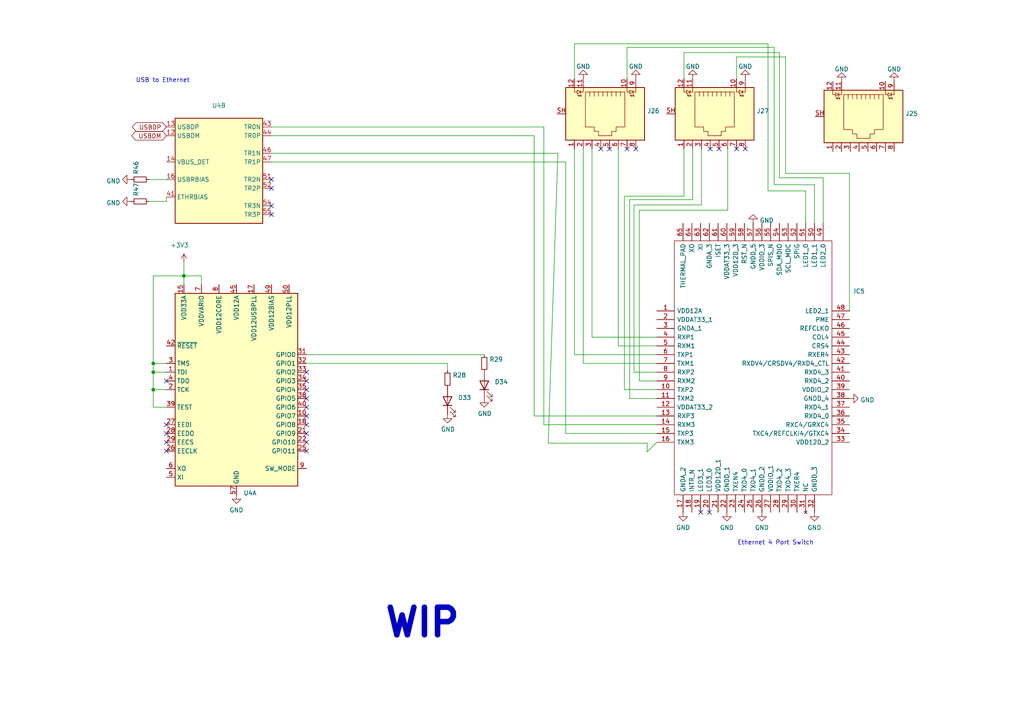
<source format=kicad_sch>
(kicad_sch (version 20211123) (generator eeschema)
  (paper "A4")
  (title_block (title "The Owl - RPI Cape 16ch Pixel Controller") (date "2022-04-04") (company "OnlineDynamic"))
  (lib_symbols
    (symbol "Connector:8P8C_LED_Shielded" (pin_names (offset 1.016))
      (property "Reference" "J" (at -5.08 13.97 0))
      (property "Value" "8P8C_LED_Shielded" (at 1.27 13.97 0))
      (symbol "8P8C_LED_Shielded_0_1"
        (polyline (pts (xy -7.62 -7.62) (xy -6.35 -7.62)))
        (polyline (pts (xy -7.62 -5.08) (xy -6.35 -5.08)))
        (polyline (pts (xy -7.62 7.62) (xy -6.35 7.62)))
        (polyline (pts (xy -7.62 10.16) (xy -6.35 10.16)))
        (polyline (pts (xy -6.858 -5.842) (xy -5.842 -5.842)))
        (polyline (pts (xy -6.858 9.398) (xy -5.842 9.398)))
        (polyline (pts (xy -6.35 -7.62) (xy -6.35 -6.858)))
        (polyline (pts (xy -6.35 -5.08) (xy -6.35 -5.842)))
        (polyline (pts (xy -6.35 7.62) (xy -6.35 8.382)))
        (polyline (pts (xy -6.35 10.16) (xy -6.35 9.398)))
        (polyline (pts (xy -5.08 -6.223) (xy -5.207 -6.604)))
        (polyline (pts (xy -5.08 -5.588) (xy -5.207 -5.969)))
        (polyline (pts (xy -5.08 4.445) (xy -6.35 4.445)))
        (polyline (pts (xy -5.08 5.715) (xy -6.35 5.715)))
        (polyline (pts (xy -5.08 9.017) (xy -5.207 8.636)))
        (polyline (pts (xy -5.08 9.652) (xy -5.207 9.271)))
        (polyline (pts (xy -6.35 -3.175) (xy -5.08 -3.175) (xy -5.08 -3.175)))
        (polyline (pts (xy -6.35 -1.905) (xy -5.08 -1.905) (xy -5.08 -1.905)))
        (polyline (pts (xy -6.35 -0.635) (xy -5.08 -0.635) (xy -5.08 -0.635)))
        (polyline (pts (xy -6.35 0.635) (xy -5.08 0.635) (xy -5.08 0.635)))
        (polyline (pts (xy -6.35 1.905) (xy -5.08 1.905) (xy -5.08 1.905)))
        (polyline (pts (xy -5.588 -6.731) (xy -5.08 -6.223) (xy -5.461 -6.35)))
        (polyline (pts (xy -5.588 -6.096) (xy -5.08 -5.588) (xy -5.461 -5.715)))
        (polyline (pts (xy -5.588 8.509) (xy -5.08 9.017) (xy -5.461 8.89)))
        (polyline (pts (xy -5.588 9.144) (xy -5.08 9.652) (xy -5.461 9.525)))
        (polyline (pts (xy -5.08 3.175) (xy -6.35 3.175) (xy -6.35 3.175)))
        (polyline (pts (xy -6.35 -5.842) (xy -6.858 -6.858) (xy -5.842 -6.858) (xy -6.35 -5.842)))
        (polyline (pts (xy -6.35 9.398) (xy -6.858 8.382) (xy -5.842 8.382) (xy -6.35 9.398)))
        (polyline (pts (xy -6.35 -4.445) (xy -6.35 6.985) (xy 3.81 6.985) (xy 3.81 4.445) (xy 5.08 4.445) (xy 5.08 3.175) (xy 6.35 3.175) (xy 6.35 -0.635) (xy 5.08 -0.635) (xy 5.08 -1.905) (xy 3.81 -1.905) (xy 3.81 -4.445) (xy -6.35 -4.445) (xy -6.35 -4.445)))
        (rectangle (start 7.62 12.7) (end -7.62 -10.16) (stroke (width 0.254)) (fill (type background)))
      )
      (symbol "8P8C_LED_Shielded_1_1"
        (pin passive line (at 10.16 -7.62 180) (length 2.54) (name "~") (number "1"))
        (pin passive line (at -10.16 7.62 0) (length 2.54) (name "~") (number "10"))
        (pin passive line (at -10.16 -5.08 0) (length 2.54) (name "~") (number "11"))
        (pin passive line (at -10.16 -7.62 0) (length 2.54) (name "~") (number "12"))
        (pin passive line (at 10.16 -5.08 180) (length 2.54) (name "~") (number "2"))
        (pin passive line (at 10.16 -2.54 180) (length 2.54) (name "~") (number "3"))
        (pin passive line (at 10.16 0 180) (length 2.54) (name "~") (number "4"))
        (pin passive line (at 10.16 2.54 180) (length 2.54) (name "~") (number "5"))
        (pin passive line (at 10.16 5.08 180) (length 2.54) (name "~") (number "6"))
        (pin passive line (at 10.16 7.62 180) (length 2.54) (name "~") (number "7"))
        (pin passive line (at 10.16 10.16 180) (length 2.54) (name "~") (number "8"))
        (pin passive line (at -10.16 10.16 0) (length 2.54) (name "~") (number "9"))
        (pin passive line (at 0 -12.7 90) (length 2.54) (name "~") (number "SH"))
      )
    )
    (symbol "Device:LED" (pin_numbers hide) (pin_names (offset 1.016) hide)
      (property "Reference" "D" (at 0 2.54 0))
      (property "Value" "LED" (at 0 -2.54 0))
      (symbol "LED_0_1"
        (polyline (pts (xy -1.27 -1.27) (xy -1.27 1.27)) (stroke (width 0.254)))
        (polyline (pts (xy -1.27 0) (xy 1.27 0)))
        (polyline (pts (xy 1.27 -1.27) (xy 1.27 1.27) (xy -1.27 0) (xy 1.27 -1.27)) (stroke (width 0.254)))
        (polyline (pts (xy -3.048 -0.762) (xy -4.572 -2.286) (xy -3.81 -2.286) (xy -4.572 -2.286) (xy -4.572 -1.524)))
        (polyline (pts (xy -1.778 -0.762) (xy -3.302 -2.286) (xy -2.54 -2.286) (xy -3.302 -2.286) (xy -3.302 -1.524)))
      )
      (symbol "LED_1_1"
        (pin passive line (at -3.81 0 0) (length 2.54) (name "K") (number "1"))
        (pin passive line (at 3.81 0 180) (length 2.54) (name "A") (number "2"))
      )
    )
    (symbol "Device:R_Small" (pin_numbers hide) (pin_names (offset 0.254) hide)
      (property "Reference" "R" (at 0.762 0.508 0))
      (property "Value" "R_Small" (at 0.762 -1.016 0))
      (symbol "R_Small_0_1"
        (rectangle (start -0.762 1.778) (end 0.762 -1.778) (stroke (width 0.2032)))
      )
      (symbol "R_Small_1_1"
        (pin passive line (at 0 2.54 270) (length 0.762) (name "~") (number "1"))
        (pin passive line (at 0 -2.54 90) (length 0.762) (name "~") (number "2"))
      )
    )
    (symbol "Interface_Ethernet:LAN7500-ABJZ"
      (property "Reference" "U" (at -17.78 -29.21 0))
      (property "Value" "LAN7500-ABJZ" (at -17.78 -31.75 0))
      (symbol "LAN7500-ABJZ_1_1"
        (rectangle (start -17.78 27.94) (end 17.78 -27.94) (stroke (width 0.254)) (fill (type background)))
        (pin input line (at -20.32 5.08 0) (length 2.54) (name "TDI") (number "1"))
        (pin bidirectional line (at 20.32 -7.62 180) (length 2.54) (name "GPIO7") (number "10"))
        (pin passive line (at -5.08 30.48 270) (length 2.54) hide (name "VDD12CORE") (number "11"))
        (pin power_in line (at -15.24 30.48 270) (length 2.54) (name "VDD33A") (number "15"))
        (pin power_in line (at 5.08 30.48 270) (length 2.54) (name "VDD12USBPLL") (number "17"))
        (pin bidirectional line (at 20.32 -10.16 180) (length 2.54) (name "GPIO8") (number "18"))
        (pin passive line (at -10.16 30.48 270) (length 2.54) hide (name "VDDVARIO") (number "19"))
        (pin input line (at -20.32 0 0) (length 2.54) (name "TCK") (number "2"))
        (pin passive line (at -5.08 30.48 270) (length 2.54) hide (name "VDD12CORE") (number "20"))
        (pin bidirectional line (at 20.32 -12.7 180) (length 2.54) (name "GPIO9") (number "21"))
        (pin bidirectional line (at 20.32 -15.24 180) (length 2.54) (name "GPIO10") (number "22"))
        (pin passive line (at -5.08 30.48 270) (length 2.54) hide (name "VDD12CORE") (number "23"))
        (pin passive line (at -10.16 30.48 270) (length 2.54) hide (name "VDDVARIO") (number "24"))
        (pin bidirectional line (at 20.32 -17.78 180) (length 2.54) (name "GPIO11") (number "25"))
        (pin output line (at -20.32 -17.78 0) (length 2.54) (name "EECLK") (number "26"))
        (pin input line (at -20.32 -10.16 0) (length 2.54) (name "EEDI") (number "27"))
        (pin output line (at -20.32 -12.7 0) (length 2.54) (name "EEDO") (number "28"))
        (pin output line (at -20.32 -15.24 0) (length 2.54) (name "EECS") (number "29"))
        (pin input line (at -20.32 7.62 0) (length 2.54) (name "TMS") (number "3"))
        (pin passive line (at -5.08 30.48 270) (length 2.54) hide (name "VDD12CORE") (number "30"))
        (pin bidirectional line (at 20.32 10.16 180) (length 2.54) (name "GPIO0") (number "31"))
        (pin bidirectional line (at 20.32 7.62 180) (length 2.54) (name "GPIO1") (number "32"))
        (pin bidirectional line (at 20.32 5.08 180) (length 2.54) (name "GPIO2") (number "33"))
        (pin bidirectional line (at 20.32 2.54 180) (length 2.54) (name "GPIO3") (number "34"))
        (pin bidirectional line (at 20.32 0 180) (length 2.54) (name "GPIO4") (number "35"))
        (pin passive line (at -5.08 30.48 270) (length 2.54) hide (name "VDD12CORE") (number "36"))
        (pin passive line (at -10.16 30.48 270) (length 2.54) hide (name "VDDVARIO") (number "37"))
        (pin bidirectional line (at 20.32 -2.54 180) (length 2.54) (name "GPIO5") (number "38"))
        (pin input line (at -20.32 -5.08 0) (length 2.54) (name "TEST") (number "39"))
        (pin output line (at -20.32 2.54 0) (length 2.54) (name "TDO") (number "4"))
        (pin bidirectional line (at 20.32 -5.08 180) (length 2.54) (name "GPIO6") (number "40"))
        (pin input line (at -20.32 12.7 0) (length 2.54) (name "~{RESET}") (number "42"))
        (pin power_in line (at 0 30.48 270) (length 2.54) (name "VDD12A") (number "45"))
        (pin passive line (at 0 30.48 270) (length 2.54) hide (name "VDD12A") (number "48"))
        (pin power_in line (at 10.16 30.48 270) (length 2.54) (name "VDD12BIAS") (number "49"))
        (pin input line (at -20.32 -25.4 0) (length 2.54) (name "XI") (number "5"))
        (pin power_in line (at 15.24 30.48 270) (length 2.54) (name "VDD12PLL") (number "50"))
        (pin passive line (at 0 30.48 270) (length 2.54) hide (name "VDD12A") (number "53"))
        (pin passive line (at 0 30.48 270) (length 2.54) hide (name "VDD12A") (number "56"))
        (pin power_in line (at 0 -30.48 90) (length 2.54) (name "GND") (number "57"))
        (pin output line (at -20.32 -22.86 0) (length 2.54) (name "XO") (number "6"))
        (pin power_in line (at -10.16 30.48 270) (length 2.54) (name "VDDVARIO") (number "7"))
        (pin power_in line (at -5.08 30.48 270) (length 2.54) (name "VDD12CORE") (number "8"))
        (pin output line (at 20.32 -22.86 180) (length 2.54) (name "SW_MODE") (number "9"))
      )
      (symbol "LAN7500-ABJZ_2_1"
        (rectangle (start 12.7 -15.24) (end -12.7 15.24) (stroke (width 0.254)) (fill (type background)))
        (pin bidirectional line (at -15.24 10.16 0) (length 2.54) (name "USBDM") (number "12"))
        (pin bidirectional line (at -15.24 12.7 0) (length 2.54) (name "USBDP") (number "13"))
        (pin input line (at -15.24 2.54 0) (length 2.54) (name "VBUS_DET") (number "14"))
        (pin passive line (at -15.24 -2.54 0) (length 2.54) (name "USBRBIAS") (number "16"))
        (pin passive line (at -15.24 -7.62 0) (length 2.54) (name "ETHRBIAS") (number "41"))
        (pin bidirectional line (at 15.24 12.7 180) (length 2.54) (name "TR0N") (number "43"))
        (pin bidirectional line (at 15.24 10.16 180) (length 2.54) (name "TR0P") (number "44"))
        (pin bidirectional line (at 15.24 5.08 180) (length 2.54) (name "TR1N") (number "46"))
        (pin bidirectional line (at 15.24 2.54 180) (length 2.54) (name "TR1P") (number "47"))
        (pin bidirectional line (at 15.24 -2.54 180) (length 2.54) (name "TR2N") (number "51"))
        (pin bidirectional line (at 15.24 -5.08 180) (length 2.54) (name "TR2P") (number "52"))
        (pin bidirectional line (at 15.24 -10.16 180) (length 2.54) (name "TR3N") (number "54"))
        (pin bidirectional line (at 15.24 -12.7 180) (length 2.54) (name "TR3P") (number "55"))
      )
    )
    (symbol "SamacSys_Parts:KSZ8794CNXIC" (pin_names (offset 0.762))
      (property "Reference" "IC" (at 52.07 25.4 0))
      (property "Value" "KSZ8794CNXIC" (at 52.07 22.86 0))
      (symbol "KSZ8794CNXIC_0_0"
        (pin passive line (at 0 0 0) (length 5.08) (name "VDD12A") (number "1"))
        (pin passive line (at 0 -22.86 0) (length 5.08) (name "TXP2") (number "10"))
        (pin passive line (at 0 -25.4 0) (length 5.08) (name "TXM2") (number "11"))
        (pin passive line (at 0 -27.94 0) (length 5.08) (name "VDDAT33_2") (number "12"))
        (pin passive line (at 0 -30.48 0) (length 5.08) (name "RXP3") (number "13"))
        (pin passive line (at 0 -33.02 0) (length 5.08) (name "RXM3") (number "14"))
        (pin passive line (at 0 -35.56 0) (length 5.08) (name "TXP3") (number "15"))
        (pin passive line (at 0 -38.1 0) (length 5.08) (name "TXM3") (number "16"))
        (pin passive line (at 7.62 -58.42 90) (length 5.08) (name "GNDA_2") (number "17"))
        (pin passive line (at 10.16 -58.42 90) (length 5.08) (name "INTR_N") (number "18"))
        (pin passive line (at 12.7 -58.42 90) (length 5.08) (name "LED3_1") (number "19"))
        (pin passive line (at 0 -2.54 0) (length 5.08) (name "VDDAT33_1") (number "2"))
        (pin passive line (at 15.24 -58.42 90) (length 5.08) (name "LED3_0") (number "20"))
        (pin passive line (at 17.78 -58.42 90) (length 5.08) (name "VDD12D_1") (number "21"))
        (pin passive line (at 20.32 -58.42 90) (length 5.08) (name "GNDD_1") (number "22"))
        (pin passive line (at 22.86 -58.42 90) (length 5.08) (name "TXEN4") (number "23"))
        (pin passive line (at 25.4 -58.42 90) (length 5.08) (name "TXD4_0") (number "24"))
        (pin passive line (at 27.94 -58.42 90) (length 5.08) (name "TXD4_1") (number "25"))
        (pin passive line (at 30.48 -58.42 90) (length 5.08) (name "GNDD_2") (number "26"))
        (pin passive line (at 33.02 -58.42 90) (length 5.08) (name "VDDIO_1") (number "27"))
        (pin passive line (at 35.56 -58.42 90) (length 5.08) (name "TXD4_2") (number "28"))
        (pin passive line (at 38.1 -58.42 90) (length 5.08) (name "TXD4_3") (number "29"))
        (pin passive line (at 0 -5.08 0) (length 5.08) (name "GNDA_1") (number "3"))
        (pin passive line (at 40.64 -58.42 90) (length 5.08) (name "TXER4") (number "30"))
        (pin no_connect line (at 43.18 -58.42 90) (length 5.08) (name "NC") (number "31"))
        (pin passive line (at 45.72 -58.42 90) (length 5.08) (name "GNDD_3") (number "32"))
        (pin passive line (at 55.88 -38.1 180) (length 5.08) (name "VDD12D_2") (number "33"))
        (pin passive line (at 55.88 -35.56 180) (length 5.08) (name "TXC4/REFCLKI4/GTXC4") (number "34"))
        (pin passive line (at 55.88 -33.02 180) (length 5.08) (name "RXC4/GRXC4") (number "35"))
        (pin passive line (at 55.88 -30.48 180) (length 5.08) (name "RXD4_0") (number "36"))
        (pin passive line (at 55.88 -27.94 180) (length 5.08) (name "RXD4_1") (number "37"))
        (pin passive line (at 55.88 -25.4 180) (length 5.08) (name "GNDD_4") (number "38"))
        (pin passive line (at 55.88 -22.86 180) (length 5.08) (name "VDDIO_2") (number "39"))
        (pin passive line (at 0 -7.62 0) (length 5.08) (name "RXP1") (number "4"))
        (pin passive line (at 55.88 -20.32 180) (length 5.08) (name "RXD4_2") (number "40"))
        (pin passive line (at 55.88 -17.78 180) (length 5.08) (name "RXD4_3") (number "41"))
        (pin passive line (at 55.88 -15.24 180) (length 5.08) (name "RXDV4/CRSDV4/RXD4_CTL") (number "42"))
        (pin passive line (at 55.88 -12.7 180) (length 5.08) (name "RXER4") (number "43"))
        (pin passive line (at 55.88 -10.16 180) (length 5.08) (name "CRS4") (number "44"))
        (pin passive line (at 55.88 -7.62 180) (length 5.08) (name "COL4") (number "45"))
        (pin passive line (at 55.88 -5.08 180) (length 5.08) (name "REFCLKO") (number "46"))
        (pin passive line (at 55.88 -2.54 180) (length 5.08) (name "PME") (number "47"))
        (pin passive line (at 55.88 0 180) (length 5.08) (name "LED2_1") (number "48"))
        (pin passive line (at 48.26 25.4 270) (length 5.08) (name "LED2_0") (number "49"))
        (pin passive line (at 0 -10.16 0) (length 5.08) (name "RXM1") (number "5"))
        (pin passive line (at 45.72 25.4 270) (length 5.08) (name "LED1_1") (number "50"))
        (pin passive line (at 43.18 25.4 270) (length 5.08) (name "LED1_0") (number "51"))
        (pin passive line (at 40.64 25.4 270) (length 5.08) (name "SPIG") (number "52"))
        (pin passive line (at 38.1 25.4 270) (length 5.08) (name "SCL_MDC") (number "53"))
        (pin passive line (at 35.56 25.4 270) (length 5.08) (name "SDA_MDIO") (number "54"))
        (pin passive line (at 33.02 25.4 270) (length 5.08) (name "SPIS_N") (number "55"))
        (pin passive line (at 30.48 25.4 270) (length 5.08) (name "VDDIO_3") (number "56"))
        (pin passive line (at 27.94 25.4 270) (length 5.08) (name "GNDD_5") (number "57"))
        (pin passive line (at 25.4 25.4 270) (length 5.08) (name "RST_N") (number "58"))
        (pin passive line (at 22.86 25.4 270) (length 5.08) (name "VDD12D_3") (number "59"))
        (pin passive line (at 0 -12.7 0) (length 5.08) (name "TXP1") (number "6"))
        (pin passive line (at 20.32 25.4 270) (length 5.08) (name "VDDAT33_3") (number "60"))
        (pin passive line (at 17.78 25.4 270) (length 5.08) (name "ISET") (number "61"))
        (pin passive line (at 15.24 25.4 270) (length 5.08) (name "GNDA_3") (number "62"))
        (pin passive line (at 12.7 25.4 270) (length 5.08) (name "XI") (number "63"))
        (pin passive line (at 10.16 25.4 270) (length 5.08) (name "XO") (number "64"))
        (pin passive line (at 7.62 25.4 270) (length 5.08) (name "THERMAL_PAD") (number "65"))
        (pin passive line (at 0 -15.24 0) (length 5.08) (name "TXM1") (number "7"))
        (pin passive line (at 0 -17.78 0) (length 5.08) (name "RXP2") (number "8"))
        (pin passive line (at 0 -20.32 0) (length 5.08) (name "RXM2") (number "9"))
      )
      (symbol "KSZ8794CNXIC_0_1"
        (polyline (pts (xy 5.08 20.32) (xy 50.8 20.32) (xy 50.8 -53.34) (xy 5.08 -53.34) (xy 5.08 20.32)) (stroke (width 0.1524)))
      )
    )
    (symbol "power:+3.3V" (power) (pin_names (offset 0))
      (property "Value" "+3.3V" (at 0 3.556 0))
      (symbol "+3.3V_0_1"
        (polyline (pts (xy -0.762 1.27) (xy 0 2.54)))
        (polyline (pts (xy 0 0) (xy 0 2.54)))
        (polyline (pts (xy 0 2.54) (xy 0.762 1.27)))
      )
      (symbol "+3.3V_1_1"
        (pin power_in line (at 0 0 90) (length 0) hide (name "+3V3") (number "1"))
      )
    )
    (symbol "power:GND" (power) (pin_names (offset 0))
      (property "Value" "GND" (at 0 -3.81 0))
      (symbol "GND_0_1"
        (polyline (pts (xy 0 0) (xy 0 -1.27) (xy 1.27 -1.27) (xy 0 -2.54) (xy -1.27 -1.27) (xy 0 -1.27)))
      )
      (symbol "GND_1_1"
        (pin power_in line (at 0 0 270) (length 0) hide (name "GND") (number "1"))
      )
    )
  )
  (junction (at 44.45 105.41))
  (junction (at 44.45 113.03))
  (junction (at 53.34 80.01))
  (junction (at 44.45 107.95))
  (no_connect (at 88.9 107.95))
  (no_connect (at 88.9 125.73))
  (no_connect (at 88.9 113.03))
  (no_connect (at 88.9 130.81))
  (no_connect (at 88.9 118.11))
  (no_connect (at 184.404 43.18))
  (no_connect (at 181.864 43.18))
  (no_connect (at 176.784 43.18))
  (no_connect (at 174.244 43.18))
  (no_connect (at 216.154 43.18))
  (no_connect (at 213.614 43.18))
  (no_connect (at 208.534 43.18))
  (no_connect (at 205.994 43.18))
  (no_connect (at 88.9 123.19))
  (no_connect (at 88.9 128.27))
  (no_connect (at 88.9 120.65))
  (no_connect (at 48.26 110.49))
  (no_connect (at 205.74 148.59))
  (no_connect (at 203.2 148.59))
  (no_connect (at 88.9 110.49))
  (no_connect (at 88.9 115.57))
  (no_connect (at 78.74 62.23))
  (no_connect (at 78.74 59.69))
  (no_connect (at 78.74 54.61))
  (no_connect (at 78.74 52.07))
  (no_connect (at 48.26 130.81))
  (no_connect (at 48.26 128.27))
  (no_connect (at 48.26 123.19))
  (no_connect (at 48.26 125.73))
  (wire (pts (xy 43.18 58.42) (xy 48.26 58.42)))
  (wire (pts (xy 154.94 120.65) (xy 154.94 39.37)))
  (wire (pts (xy 44.45 118.11) (xy 44.45 113.03)))
  (wire (pts (xy 198.374 15.24) (xy 198.374 22.86)))
  (wire (pts (xy 211.074 60.96) (xy 211.074 43.18)))
  (wire (pts (xy 190.5 105.41) (xy 169.164 105.41)))
  (wire (pts (xy 88.9 105.41) (xy 129.794 105.41)))
  (wire (pts (xy 198.374 56.896) (xy 181.102 56.896)))
  (wire (pts (xy 183.896 107.95) (xy 190.5 107.95)))
  (wire (pts (xy 43.18 52.07) (xy 48.26 52.07)))
  (wire (pts (xy 227.838 16.51) (xy 213.614 16.51)))
  (wire (pts (xy 78.74 36.83) (xy 157.734 36.83)))
  (wire (pts (xy 222.758 12.7) (xy 166.624 12.7)))
  (wire (pts (xy 44.45 80.01) (xy 53.34 80.01)))
  (wire (pts (xy 182.626 57.912) (xy 200.914 57.912)))
  (wire (pts (xy 44.45 107.95) (xy 44.45 105.41)))
  (wire (pts (xy 48.26 118.11) (xy 44.45 118.11)))
  (wire (pts (xy 222.758 55.372) (xy 222.758 12.7)))
  (wire (pts (xy 224.536 13.716) (xy 181.864 13.716)))
  (wire (pts (xy 238.76 64.77) (xy 238.76 51.562)))
  (wire (pts (xy 154.94 39.37) (xy 78.74 39.37)))
  (wire (pts (xy 78.74 46.99) (xy 164.084 46.99)))
  (wire (pts (xy 179.324 43.18) (xy 179.324 100.33)))
  (wire (pts (xy 48.26 58.42) (xy 48.26 57.15)))
  (wire (pts (xy 44.45 107.95) (xy 44.45 113.03)))
  (wire (pts (xy 203.454 43.18) (xy 203.454 59.436)))
  (wire (pts (xy 179.324 100.33) (xy 190.5 100.33)))
  (wire (pts (xy 53.34 80.01) (xy 53.34 82.55)))
  (wire (pts (xy 159.004 128.524) (xy 187.706 128.524)))
  (wire (pts (xy 198.374 43.18) (xy 198.374 56.896)))
  (wire (pts (xy 246.38 50.292) (xy 227.838 50.292)))
  (wire (pts (xy 181.102 113.03) (xy 190.5 113.03)))
  (wire (pts (xy 44.45 105.41) (xy 44.45 80.01)))
  (wire (pts (xy 157.734 36.83) (xy 157.734 123.19)))
  (wire (pts (xy 166.624 102.87) (xy 190.5 102.87)))
  (wire (pts (xy 44.45 107.95) (xy 48.26 107.95)))
  (wire (pts (xy 200.914 57.912) (xy 200.914 43.18)))
  (wire (pts (xy 190.5 120.65) (xy 154.94 120.65)))
  (wire (pts (xy 164.084 46.99) (xy 164.084 125.73)))
  (wire (pts (xy 213.614 16.51) (xy 213.614 22.86)))
  (wire (pts (xy 187.706 128.524) (xy 187.706 131.064)))
  (wire (pts (xy 182.626 115.57) (xy 182.626 57.912)))
  (wire (pts (xy 44.45 105.41) (xy 48.26 105.41)))
  (wire (pts (xy 181.864 13.716) (xy 181.864 22.86)))
  (wire (pts (xy 226.06 15.24) (xy 198.374 15.24)))
  (wire (pts (xy 58.42 80.01) (xy 53.34 80.01)))
  (wire (pts (xy 48.26 113.03) (xy 44.45 113.03)))
  (wire (pts (xy 181.102 56.896) (xy 181.102 113.03)))
  (wire (pts (xy 157.734 123.19) (xy 190.5 123.19)))
  (wire (pts (xy 187.706 131.064) (xy 190.5 128.27)))
  (wire (pts (xy 185.42 110.49) (xy 185.42 60.96)))
  (wire (pts (xy 233.68 55.372) (xy 222.758 55.372)))
  (wire (pts (xy 183.896 59.436) (xy 183.896 107.95)))
  (wire (pts (xy 203.454 59.436) (xy 183.896 59.436)))
  (wire (pts (xy 226.06 51.562) (xy 226.06 15.24)))
  (wire (pts (xy 53.34 76.2) (xy 53.34 80.01)))
  (wire (pts (xy 246.38 90.17) (xy 246.38 50.292)))
  (wire (pts (xy 161.798 44.45) (xy 159.004 128.524)))
  (wire (pts (xy 166.624 43.18) (xy 166.624 102.87)))
  (wire (pts (xy 171.704 97.79) (xy 171.704 43.18)))
  (wire (pts (xy 224.536 53.594) (xy 224.536 13.716)))
  (wire (pts (xy 166.624 12.7) (xy 166.624 22.86)))
  (wire (pts (xy 129.794 105.41) (xy 129.794 107.442)))
  (wire (pts (xy 164.084 125.73) (xy 190.5 125.73)))
  (wire (pts (xy 169.164 105.41) (xy 169.164 43.18)))
  (wire (pts (xy 236.22 64.77) (xy 236.22 53.594)))
  (wire (pts (xy 236.22 53.594) (xy 224.536 53.594)))
  (wire (pts (xy 238.76 51.562) (xy 226.06 51.562)))
  (wire (pts (xy 185.42 60.96) (xy 211.074 60.96)))
  (wire (pts (xy 233.68 64.77) (xy 233.68 55.372)))
  (wire (pts (xy 190.5 115.57) (xy 182.626 115.57)))
  (wire (pts (xy 190.5 110.49) (xy 185.42 110.49)))
  (wire (pts (xy 227.838 50.292) (xy 227.838 16.51)))
  (wire (pts (xy 58.42 82.55) (xy 58.42 80.01)))
  (wire (pts (xy 88.9 102.87) (xy 140.462 102.87)))
  (wire (pts (xy 78.74 44.45) (xy 161.798 44.45)))
  (wire (pts (xy 190.5 97.79) (xy 171.704 97.79)))
  (text "USB to Ethernet" (at 39.37 24.13 0) (effects (font (size 1.27 1.27)) (justify left bottom)))
  (text "Ethernet 4 Port Switch" (at 213.868 158.242 0) (effects (font (size 1.27 1.27)) (justify left bottom)))
  (text "WIP" (at 110.998 185.42 0) (effects (font (size 8 8) (thickness 1.6) bold) (justify left bottom)))
  (global_label "USBDP" (shape bidirectional) (at 48.26 36.83 180) (property "Intersheet References" "${INTERSHEET_REFS}" (effects hide)))
  (global_label "USBDM" (shape bidirectional) (at 48.26 39.37 180) (property "Intersheet References" "${INTERSHEET_REFS}" (effects hide)))
  (symbol (lib_id "power:GND") (at 140.462 115.57 0) (unit 1)
    (property "Reference" "#PWR0121" (effects hide))
    (property "Value" "GND" (at 140.589 119.9642 0))
  )
  (symbol (lib_id "Connector:8P8C_LED_Shielded") (at 249.174 33.782 270) (unit 1)
    (property "Reference" "J25" (at 262.636 32.9473 90) (effects (justify left)))
  )
  (symbol (lib_id "power:+3.3V") (at 53.34 76.2 0) (unit 1)
    (property "Reference" "#PWR0127" (effects hide))
    (property "Value" "+3.3V" (at 52.07 71.12 0))
  )
  (symbol (lib_id "SamacSys_Parts:KSZ8794CNXIC") (at 190.5 90.17 0) (unit 1)
    (property "Reference" "IC5" (at 249.1965 84.4635 0))
    (property "Description" "MICROCHIP - KSZ8794CNXIC - ETHERNET TRANSCEIVER, 100 MBPS, QFN-64" (effects hide))
    (property "Height" "0.9" (effects hide))
    (property "Mouser Part Number" "998-KSZ8794CNXIC" (effects hide))
    (property "Mouser Price/Stock" "https://www.mouser.co.uk/ProductDetail/Microchip-Technology-Micrel/KSZ8794CNXIC?qs=%2Fc0cCNcL7XyI05Q4%252BqTErw%3D%3D" (effects hide))
    (property "Manufacturer_Name" "Microchip" (effects hide))
    (property "Manufacturer_Part_Number" "KSZ8794CNXIC" (effects hide))
  )
  (symbol (lib_id "power:GND") (at 38.1 52.07 270) (unit 1)
    (property "Reference" "#PWR0128" (effects hide))
    (property "Value" "GND" (at 34.9251 52.5038 90) (effects (justify right)))
  )
  (symbol (lib_id "power:GND") (at 169.164 22.86 180) (unit 1)
    (property "Reference" "#PWR0154" (effects hide))
    (property "Value" "GND" (at 169.164 19.2842 0))
  )
  (symbol (lib_id "power:GND") (at 246.38 115.57 90) (unit 1)
    (property "Reference" "#PWR0157" (effects hide))
  )
  (symbol (lib_id "power:GND") (at 184.404 22.86 180) (unit 1)
    (property "Reference" "#PWR0152" (effects hide))
    (property "Value" "GND" (at 184.404 19.2842 0))
  )
  (symbol (lib_id "power:GND") (at 198.12 148.59 0) (unit 1)
    (property "Reference" "#PWR0148" (effects hide))
  )
  (symbol (lib_id "power:GND") (at 216.154 22.86 180) (unit 1)
    (property "Reference" "#PWR0156" (effects hide))
  )
  (symbol (lib_id "Connector:8P8C_LED_Shielded") (at 174.244 33.02 270) (unit 1)
    (property "Reference" "J26" (at 187.706 32.1853 90) (effects (justify left)))
  )
  (symbol (lib_id "power:GND") (at 244.094 23.622 180) (unit 1)
    (property "Reference" "#PWR0158" (effects hide))
    (property "Value" "GND" (at 244.094 20.0462 0))
  )
  (symbol (lib_id "power:GND") (at 236.22 148.59 0) (unit 1)
    (property "Reference" "#PWR0151" (effects hide))
    (property "Value" "GND" (at 236.22 153.0334 0))
  )
  (symbol (lib_id "power:GND") (at 38.1 58.42 270) (unit 1)
    (property "Reference" "#PWR0129" (effects hide))
    (property "Value" "GND" (at 34.9251 58.8538 90) (effects (justify right)))
  )
  (symbol (lib_id "power:GND") (at 210.82 148.59 0) (unit 1)
    (property "Reference" "#PWR0150" (effects hide))
    (property "Value" "GND" (at 210.82 153.0334 0))
  )
  (symbol (lib_id "power:GND") (at 129.794 120.142 0) (unit 1)
    (property "Reference" "#PWR0147" (effects hide))
    (property "Value" "GND" (at 129.921 124.5362 0))
  )
  (symbol (lib_id "Device:LED") (at 129.794 116.332 90) (unit 1)
    (property "Reference" "D33" (at 132.7912 115.3414 90) (effects (justify right)))
    (property "Datasheet" "Everlight-Elec-19-217-GHC-YR1S2-3T_C72043.pdf" (effects hide))
    (property "Description" "C72043" (effects hide))
  )
  (symbol (lib_id "power:GND") (at 200.914 22.86 180) (unit 1)
    (property "Reference" "#PWR0153" (effects hide))
    (property "Value" "GND" (at 200.914 19.2842 0))
  )
  (symbol (lib_id "Interface_Ethernet:LAN7500-ABJZ") (at 68.58 113.03 0) (unit 1)
    (property "Reference" "U4" (at 70.5994 143.0004 0) (effects (justify left)))
    (property "Datasheet" "http://ww1.microchip.com/downloads/en/DeviceDoc/00001734B.pdf" (effects hide))
  )
  (symbol (lib_id "power:GND") (at 259.334 23.622 180) (unit 1)
    (property "Reference" "#PWR0159" (effects hide))
    (property "Value" "GND" (at 259.334 20.0462 0))
  )
  (symbol (lib_id "Device:LED") (at 140.462 111.76 90) (unit 1)
    (property "Reference" "D34" (at 143.4592 110.7694 90) (effects (justify right)))
    (property "Datasheet" "Everlight-Elec-19-217-GHC-YR1S2-3T_C72043.pdf" (effects hide))
    (property "Description" "C72043" (effects hide))
  )
  (symbol (lib_id "Connector:8P8C_LED_Shielded") (at 205.994 33.02 270) (unit 1)
    (property "Reference" "J27" (at 219.456 32.1853 90) (effects (justify left)))
  )
  (symbol (lib_id "Device:R_Small") (at 40.64 52.07 90) (unit 1)
    (property "Reference" "R46" (at 39.4716 50.5714 0) (effects (justify left)))
    (property "Datasheet" "https://datasheet.lcsc.com/szlcsc/Uniroyal-Elec-0805W8F2201T5E_C17520.pdf" (effects hide))
  )
  (symbol (lib_id "Device:R_Small") (at 40.64 58.42 90) (unit 1)
    (property "Reference" "R47" (at 39.4716 56.9214 0) (effects (justify left)))
    (property "Datasheet" "https://datasheet.lcsc.com/szlcsc/Uniroyal-Elec-0805W8F2201T5E_C17520.pdf" (effects hide))
  )
  (symbol (lib_id "Interface_Ethernet:LAN7500-ABJZ") (at 63.5 49.53 0) (unit 2)
    (property "Reference" "U4" (at 63.5 30.5902 0))
    (property "Datasheet" "http://ww1.microchip.com/downloads/en/DeviceDoc/00001734B.pdf" (effects hide))
  )
  (symbol (lib_id "power:GND") (at 220.98 148.59 0) (unit 1)
    (property "Reference" "#PWR0149" (effects hide))
    (property "Value" "GND" (at 220.98 153.0334 0))
  )
  (symbol (lib_id "Device:R_Small") (at 129.794 109.982 0) (unit 1)
    (property "Reference" "R28" (at 131.2926 108.8136 0) (effects (justify left)))
    (property "Datasheet" "https://datasheet.lcsc.com/szlcsc/Uniroyal-Elec-0805W8F2201T5E_C17520.pdf" (effects hide))
    (property "Description" "C17673" (effects hide))
  )
  (symbol (lib_id "power:GND") (at 68.58 143.51 0) (unit 1)
    (property "Reference" "#PWR0126" (effects hide))
    (property "Value" "GND" (at 68.58 147.9534 0))
  )
  (symbol (lib_id "power:GND") (at 218.44 64.77 180) (unit 1)
    (property "Reference" "#PWR0155" (effects hide))
    (property "Value" "GND" (at 220.345 63.9338 0) (effects (justify right)))
  )
  (symbol (lib_id "Device:R_Small") (at 140.462 105.41 0) (unit 1)
    (property "Reference" "R29" (at 141.9606 104.2416 0) (effects (justify left)))
    (property "Datasheet" "https://datasheet.lcsc.com/szlcsc/Uniroyal-Elec-0805W8F2201T5E_C17520.pdf" (effects hide))
    (property "Description" "C17673" (effects hide))
  )
)
</source>
